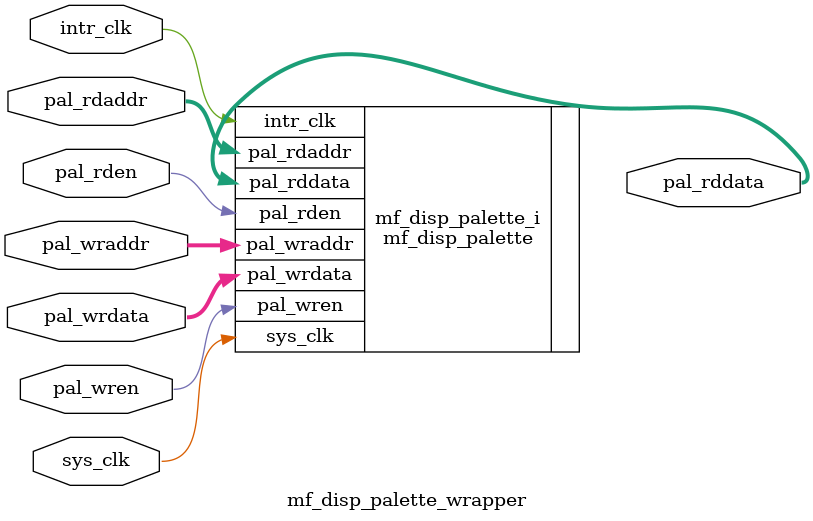
<source format=v>
`timescale 1 ps / 1 ps

module mf_disp_palette_wrapper
   (intr_clk,
    pal_rdaddr,
    pal_rddata,
    pal_rden,
    pal_wraddr,
    pal_wrdata,
    pal_wren,
    sys_clk);
  input intr_clk;
  input [7:0]pal_rdaddr;
  output [17:0]pal_rddata;
  input pal_rden;
  input [7:0]pal_wraddr;
  input [17:0]pal_wrdata;
  input pal_wren;
  input sys_clk;

  wire intr_clk;
  wire [7:0]pal_rdaddr;
  wire [17:0]pal_rddata;
  wire pal_rden;
  wire [7:0]pal_wraddr;
  wire [17:0]pal_wrdata;
  wire pal_wren;
  wire sys_clk;

mf_disp_palette mf_disp_palette_i
       (.intr_clk(intr_clk),
        .pal_rdaddr(pal_rdaddr),
        .pal_rddata(pal_rddata),
        .pal_rden(pal_rden),
        .pal_wraddr(pal_wraddr),
        .pal_wrdata(pal_wrdata),
        .pal_wren(pal_wren),
        .sys_clk(sys_clk));
endmodule

</source>
